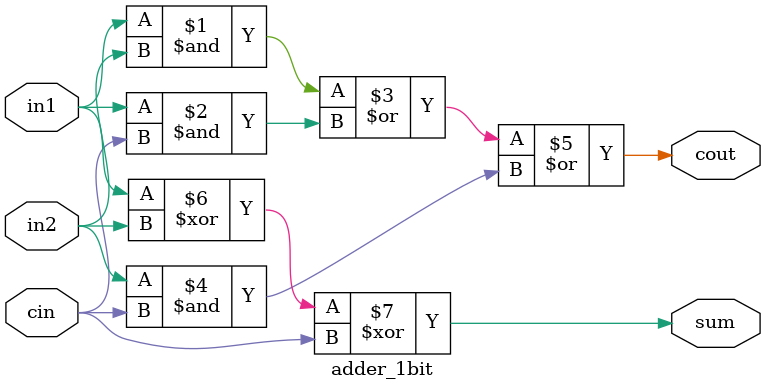
<source format=v>
`timescale 1ns/100ps

module adder_1bit(sum, cout, in1, in2, cin);

        input   in1;
        input   in2;
        input   cin;

        output  sum;
        output  cout;

        assign cout = (in1 & in2) | (in1 & cin) | (in2 & cin);
        assign sum = in1 ^ in2 ^ cin;

endmodule

</source>
